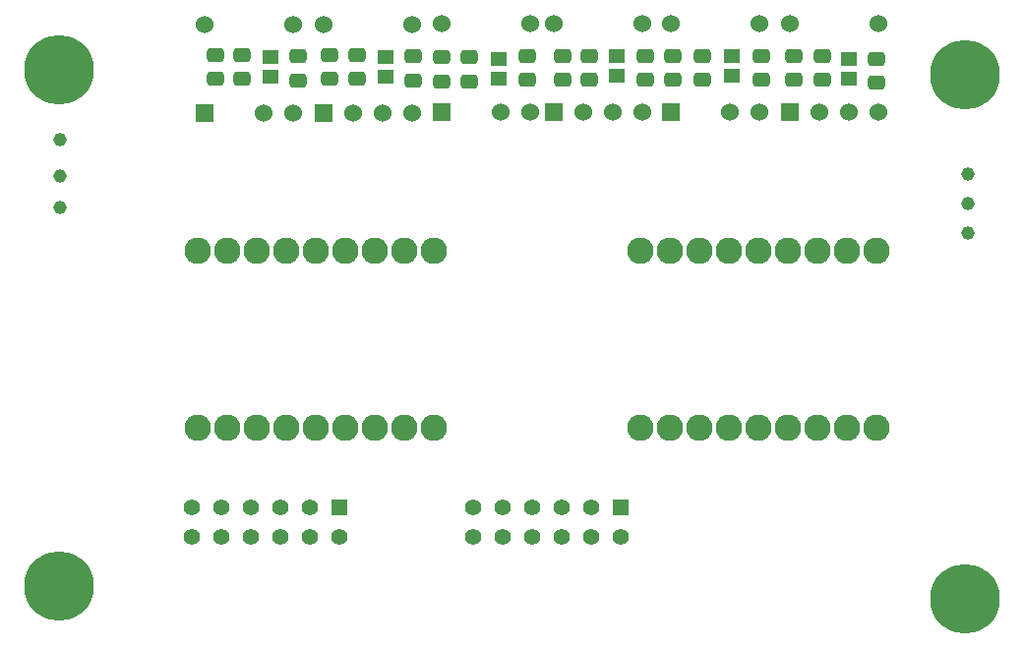
<source format=gbr>
%TF.GenerationSoftware,KiCad,Pcbnew,9.0.0-rc2-32673a0ead~182~ubuntu24.04.1*%
%TF.CreationDate,2025-01-29T18:27:37-05:00*%
%TF.ProjectId,cmod_s7,636d6f64-5f73-4372-9e6b-696361645f70,rev?*%
%TF.SameCoordinates,Original*%
%TF.FileFunction,Soldermask,Bot*%
%TF.FilePolarity,Negative*%
%FSLAX46Y46*%
G04 Gerber Fmt 4.6, Leading zero omitted, Abs format (unit mm)*
G04 Created by KiCad (PCBNEW 9.0.0-rc2-32673a0ead~182~ubuntu24.04.1) date 2025-01-29 18:27:37*
%MOMM*%
%LPD*%
G01*
G04 APERTURE LIST*
G04 Aperture macros list*
%AMRoundRect*
0 Rectangle with rounded corners*
0 $1 Rounding radius*
0 $2 $3 $4 $5 $6 $7 $8 $9 X,Y pos of 4 corners*
0 Add a 4 corners polygon primitive as box body*
4,1,4,$2,$3,$4,$5,$6,$7,$8,$9,$2,$3,0*
0 Add four circle primitives for the rounded corners*
1,1,$1+$1,$2,$3*
1,1,$1+$1,$4,$5*
1,1,$1+$1,$6,$7*
1,1,$1+$1,$8,$9*
0 Add four rect primitives between the rounded corners*
20,1,$1+$1,$2,$3,$4,$5,0*
20,1,$1+$1,$4,$5,$6,$7,0*
20,1,$1+$1,$6,$7,$8,$9,0*
20,1,$1+$1,$8,$9,$2,$3,0*%
G04 Aperture macros list end*
%ADD10C,1.390000*%
%ADD11R,1.390000X1.390000*%
%ADD12R,1.524000X1.524000*%
%ADD13C,1.524000*%
%ADD14C,2.286000*%
%ADD15RoundRect,0.250000X0.475000X-0.337500X0.475000X0.337500X-0.475000X0.337500X-0.475000X-0.337500X0*%
%ADD16R,1.470000X1.200000*%
%ADD17RoundRect,0.250000X-0.475000X0.337500X-0.475000X-0.337500X0.475000X-0.337500X0.475000X0.337500X0*%
%ADD18C,6.000000*%
%ADD19C,1.168400*%
G04 APERTURE END LIST*
D10*
%TO.C,J7*%
X101092000Y-76708000D03*
X103632000Y-76708000D03*
X106172000Y-76708000D03*
X108712000Y-76708000D03*
X111252000Y-76708000D03*
X113792000Y-76708000D03*
X101092000Y-74168000D03*
X103632000Y-74168000D03*
X106172000Y-74168000D03*
X108712000Y-74168000D03*
X111252000Y-74168000D03*
D11*
X113792000Y-74168000D03*
%TD*%
D12*
%TO.C,J1*%
X122555000Y-40163500D03*
D13*
X127635000Y-40163500D03*
X130175000Y-40163500D03*
X130175000Y-32543500D03*
X122555000Y-32543500D03*
%TD*%
D12*
%TO.C,J5*%
X102209600Y-40197500D03*
D13*
X107289600Y-40197500D03*
X109829600Y-40197500D03*
X109829600Y-32577500D03*
X102209600Y-32577500D03*
%TD*%
D12*
%TO.C,J4*%
X152511000Y-40163500D03*
D13*
X155051000Y-40163500D03*
X157591000Y-40163500D03*
X160131000Y-40163500D03*
X160131000Y-32543500D03*
X152511000Y-32543500D03*
%TD*%
D11*
%TO.C,J8*%
X138015500Y-74168000D03*
D10*
X135475500Y-74168000D03*
X132935500Y-74168000D03*
X130395500Y-74168000D03*
X127855500Y-74168000D03*
X125315500Y-74168000D03*
X138015500Y-76708000D03*
X135475500Y-76708000D03*
X132935500Y-76708000D03*
X130395500Y-76708000D03*
X127855500Y-76708000D03*
X125315500Y-76708000D03*
%TD*%
D14*
%TO.C,U2*%
X101600000Y-67340000D03*
X104140000Y-67340000D03*
X106680000Y-67340000D03*
X109220000Y-67340000D03*
X111760000Y-67340000D03*
X114300000Y-67340000D03*
X116840000Y-67340000D03*
X119380000Y-67340000D03*
X121920000Y-67340000D03*
X139700000Y-67340000D03*
X142240000Y-67340000D03*
X144780000Y-67340000D03*
X147320000Y-67340000D03*
X149860000Y-67340000D03*
X152400000Y-67340000D03*
X154940000Y-67340000D03*
X157480000Y-67340000D03*
X160020000Y-67340000D03*
X160020000Y-52100000D03*
X157480000Y-52100000D03*
X154940000Y-52100000D03*
X152400000Y-52100000D03*
X149860000Y-52100000D03*
X147320000Y-52100000D03*
X144780000Y-52100000D03*
X142240000Y-52100000D03*
X139700000Y-52100000D03*
X121920000Y-52100000D03*
X119380000Y-52100000D03*
X116840000Y-52100000D03*
X114300000Y-52100000D03*
X111760000Y-52100000D03*
X109220000Y-52100000D03*
X106680000Y-52100000D03*
X104140000Y-52100000D03*
X101600000Y-52100000D03*
%TD*%
D12*
%TO.C,J2*%
X132223000Y-40163500D03*
D13*
X134763000Y-40163500D03*
X137303000Y-40163500D03*
X139843000Y-40163500D03*
X139843000Y-32543500D03*
X132223000Y-32543500D03*
%TD*%
D12*
%TO.C,J6*%
X112395000Y-40197500D03*
D13*
X114935000Y-40197500D03*
X117475000Y-40197500D03*
X120015000Y-40197500D03*
X120015000Y-32577500D03*
X112395000Y-32577500D03*
%TD*%
D12*
%TO.C,J3*%
X142335000Y-40163500D03*
D13*
X147415000Y-40163500D03*
X149955000Y-40163500D03*
X149955000Y-32543500D03*
X142335000Y-32543500D03*
%TD*%
D15*
%TO.C,C20*%
X112887000Y-37298000D03*
X112887000Y-35223000D03*
%TD*%
D16*
%TO.C,L4*%
X157607000Y-35589000D03*
X157607000Y-37309000D03*
%TD*%
D15*
%TO.C,C18*%
X115300000Y-37298000D03*
X115300000Y-35223000D03*
%TD*%
%TO.C,C12*%
X142494000Y-37359500D03*
X142494000Y-35284500D03*
%TD*%
D17*
%TO.C,C2*%
X140081000Y-35284500D03*
X140081000Y-37359500D03*
%TD*%
D15*
%TO.C,C3*%
X124968000Y-37486500D03*
X124968000Y-35411500D03*
%TD*%
%TO.C,C19*%
X105394000Y-37298000D03*
X105394000Y-35223000D03*
%TD*%
D16*
%TO.C,L2*%
X137668000Y-35335000D03*
X137668000Y-37055000D03*
%TD*%
%TO.C,L3*%
X147574000Y-35335000D03*
X147574000Y-37055000D03*
%TD*%
D15*
%TO.C,C13*%
X155321000Y-37359500D03*
X155321000Y-35284500D03*
%TD*%
%TO.C,C5*%
X122555000Y-37486500D03*
X122555000Y-35411500D03*
%TD*%
%TO.C,C15*%
X152908000Y-37359500D03*
X152908000Y-35284500D03*
%TD*%
%TO.C,C6*%
X132969000Y-37359500D03*
X132969000Y-35284500D03*
%TD*%
D17*
%TO.C,C1*%
X129921000Y-35284500D03*
X129921000Y-37359500D03*
%TD*%
D16*
%TO.C,L5*%
X117713000Y-35400500D03*
X117713000Y-37120500D03*
%TD*%
D17*
%TO.C,C16*%
X120126000Y-35350000D03*
X120126000Y-37425000D03*
%TD*%
%TO.C,C10*%
X150114000Y-35284500D03*
X150114000Y-37359500D03*
%TD*%
%TO.C,C11*%
X160020000Y-35538500D03*
X160020000Y-37613500D03*
%TD*%
D15*
%TO.C,C4*%
X135255000Y-37359500D03*
X135255000Y-35284500D03*
%TD*%
%TO.C,C21*%
X103108000Y-37298000D03*
X103108000Y-35223000D03*
%TD*%
%TO.C,C14*%
X145034000Y-37359500D03*
X145034000Y-35284500D03*
%TD*%
D17*
%TO.C,C17*%
X110220000Y-35350000D03*
X110220000Y-37425000D03*
%TD*%
D16*
%TO.C,L6*%
X107807000Y-35400500D03*
X107807000Y-37120500D03*
%TD*%
%TO.C,L1*%
X127508000Y-35589000D03*
X127508000Y-37309000D03*
%TD*%
D18*
%TO.C,H2*%
X167640000Y-36927000D03*
%TD*%
%TO.C,H3*%
X89662002Y-36546000D03*
%TD*%
%TO.C,H1*%
X89662002Y-80996000D03*
%TD*%
%TO.C,H4*%
X167640000Y-82042000D03*
%TD*%
D19*
X167894000Y-50546000D03*
X167894000Y-48006000D03*
X167894000Y-45466000D03*
X89712800Y-45669200D03*
X89712800Y-42494200D03*
X89712800Y-48336200D03*
M02*

</source>
